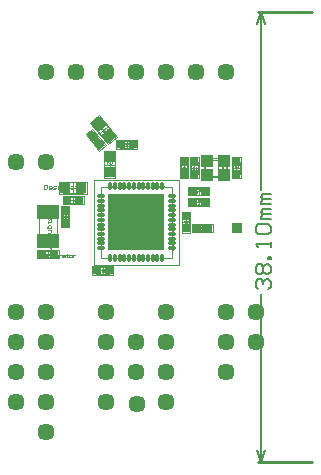
<source format=gts>
G04 Layer_Color=8388736*
%FSAX25Y25*%
%MOIN*%
G70*
G01*
G75*
%ADD24C,0.01000*%
%ADD26C,0.00600*%
%ADD29C,0.00800*%
%ADD31C,0.00200*%
%ADD32C,0.00300*%
%ADD33C,0.00394*%
%ADD40R,0.03553X0.03750*%
%ADD41R,0.02962X0.02568*%
%ADD42R,0.07687X0.04537*%
%ADD43R,0.04340X0.03947*%
%ADD44R,0.19104X0.19104*%
%ADD45O,0.01387X0.03159*%
%ADD46O,0.03159X0.01387*%
G04:AMPARAMS|DCode=47|XSize=25.68mil|YSize=31.59mil|CornerRadius=0mil|HoleSize=0mil|Usage=FLASHONLY|Rotation=40.000|XOffset=0mil|YOffset=0mil|HoleType=Round|Shape=Rectangle|*
%AMROTATEDRECTD47*
4,1,4,0.00032,-0.02036,-0.01999,0.00384,-0.00032,0.02036,0.01999,-0.00384,0.00032,-0.02036,0.0*
%
%ADD47ROTATEDRECTD47*%

%ADD48R,0.03750X0.03553*%
%ADD49R,0.03159X0.02568*%
%ADD50R,0.02568X0.02962*%
G04:AMPARAMS|DCode=51|XSize=37.5mil|YSize=35.53mil|CornerRadius=0mil|HoleSize=0mil|Usage=FLASHONLY|Rotation=40.000|XOffset=0mil|YOffset=0mil|HoleType=Round|Shape=Rectangle|*
%AMROTATEDRECTD51*
4,1,4,-0.00294,-0.02566,-0.02578,0.00156,0.00294,0.02566,0.02578,-0.00156,-0.00294,-0.02566,0.0*
%
%ADD51ROTATEDRECTD51*%

%ADD52R,0.03600X0.03600*%
%ADD53C,0.05718*%
D24*
X0040700Y-0080000D02*
X0058700D01*
X0040700Y0070000D02*
X0058700D01*
D26*
X0040634Y-0022428D02*
X0039801Y-0021595D01*
Y-0019929D01*
X0040634Y-0019096D01*
X0041467D01*
X0042300Y-0019929D01*
Y-0020762D01*
Y-0019929D01*
X0043133Y-0019096D01*
X0043966D01*
X0044799Y-0019929D01*
Y-0021595D01*
X0043966Y-0022428D01*
X0040634Y-0017430D02*
X0039801Y-0016597D01*
Y-0014931D01*
X0040634Y-0014098D01*
X0041467D01*
X0042300Y-0014931D01*
X0043133Y-0014098D01*
X0043966D01*
X0044799Y-0014931D01*
Y-0016597D01*
X0043966Y-0017430D01*
X0043133D01*
X0042300Y-0016597D01*
X0041467Y-0017430D01*
X0040634D01*
X0042300Y-0016597D02*
Y-0014931D01*
X0044799Y-0012431D02*
X0043966D01*
Y-0011598D01*
X0044799D01*
Y-0012431D01*
Y-0008266D02*
Y-0006600D01*
Y-0007433D01*
X0039801D01*
X0040634Y-0008266D01*
Y-0004101D02*
X0039801Y-0003268D01*
Y-0001602D01*
X0040634Y-0000769D01*
X0043966D01*
X0044799Y-0001602D01*
Y-0003268D01*
X0043966Y-0004101D01*
X0040634D01*
X0044799Y0000898D02*
X0041467D01*
Y0001731D01*
X0042300Y0002564D01*
X0044799D01*
X0042300D01*
X0041467Y0003397D01*
X0042300Y0004230D01*
X0044799D01*
Y0005896D02*
X0041467D01*
Y0006729D01*
X0042300Y0007562D01*
X0044799D01*
X0042300D01*
X0041467Y0008395D01*
X0042300Y0009228D01*
X0044799D01*
D29*
X0041700Y-0080000D02*
Y-0024028D01*
Y0010828D02*
Y0070000D01*
Y-0080000D02*
X0043033Y-0076000D01*
X0040367D02*
X0041700Y-0080000D01*
X0040367Y0066000D02*
X0041700Y0070000D01*
X0043033Y0066000D01*
D31*
X-0031471Y-0010483D02*
X-0031467Y-0011683D01*
X-0030867Y-0011681D01*
X-0030668Y-0011480D01*
X-0030670Y-0010680D01*
X-0030871Y-0010481D01*
X-0031471Y-0010483D01*
X-0029667Y-0011677D02*
X-0030067Y-0011678D01*
X-0030268Y-0011479D01*
X-0030269Y-0011079D01*
X-0030070Y-0010878D01*
X-0029670Y-0010877D01*
X-0029470Y-0011076D01*
X-0029469Y-0011276D01*
X-0030269Y-0011279D01*
X-0029068Y-0011675D02*
X-0028468Y-0011673D01*
X-0028269Y-0011472D01*
X-0028469Y-0011273D01*
X-0028869Y-0011274D01*
X-0029070Y-0011075D01*
X-0028870Y-0010874D01*
X-0028271Y-0010872D01*
X-0027868Y-0011671D02*
X-0027468Y-0011670D01*
X-0027668Y-0011670D01*
X-0027671Y-0010870D01*
X-0027871Y-0010871D01*
X-0026467Y-0012066D02*
X-0026267Y-0012065D01*
X-0026068Y-0011865D01*
X-0026071Y-0010865D01*
X-0026671Y-0010867D01*
X-0026870Y-0011068D01*
X-0026869Y-0011468D01*
X-0026669Y-0011667D01*
X-0026069Y-0011665D01*
X-0025669Y-0011664D02*
X-0025671Y-0010864D01*
X-0025072Y-0010862D01*
X-0024871Y-0011061D01*
X-0024869Y-0011661D01*
X-0024272Y-0010859D02*
X-0023872Y-0010858D01*
X-0023672Y-0011057D01*
X-0023670Y-0011657D01*
X-0024269Y-0011659D01*
X-0024470Y-0011460D01*
X-0024271Y-0011259D01*
X-0023671Y-0011257D01*
X-0023073Y-0010655D02*
X-0023072Y-0010855D01*
X-0023272Y-0010856D01*
X-0022872Y-0010855D01*
X-0023072Y-0010855D01*
X-0023070Y-0011455D01*
X-0022870Y-0011654D01*
X-0022070Y-0011652D02*
X-0021670Y-0011650D01*
X-0021471Y-0011450D01*
X-0021472Y-0011050D01*
X-0021673Y-0010851D01*
X-0022073Y-0010852D01*
X-0022272Y-0011052D01*
X-0022271Y-0011452D01*
X-0022070Y-0011652D01*
X-0021073Y-0010849D02*
X-0021070Y-0011648D01*
X-0021072Y-0011248D01*
X-0020872Y-0011048D01*
X-0020673Y-0010847D01*
X-0020473Y-0010847D01*
X-0004100Y0026300D02*
X-0004300Y0026500D01*
X-0004700D01*
X-0004900Y0026300D01*
Y0025500D01*
X-0004700Y0025300D01*
X-0004300D01*
X-0004100Y0025500D01*
X-0003700Y0025300D02*
X-0003300D01*
X-0003500D01*
Y0026500D01*
X-0003700Y0026300D01*
X-0002701D02*
X-0002501Y0026500D01*
X-0002101D01*
X-0001901Y0026300D01*
Y0026100D01*
X-0002101Y0025900D01*
X-0002301D01*
X-0002101D01*
X-0001901Y0025700D01*
Y0025500D01*
X-0002101Y0025300D01*
X-0002501D01*
X-0002701Y0025500D01*
X-0014131Y0029108D02*
X-0015049Y0028337D01*
X-0014536Y0027724D01*
X-0013513Y0028060D02*
X-0013231Y0028036D01*
X-0012974Y0027729D01*
X-0012999Y0027448D01*
X-0013152Y0027319D01*
X-0013433Y0027344D01*
X-0013562Y0027497D01*
X-0013433Y0027344D01*
X-0013458Y0027062D01*
X-0013611Y0026934D01*
X-0013893Y0026958D01*
X-0014150Y0027264D01*
X-0014125Y0027546D01*
X0020400Y-0001400D02*
Y-0002600D01*
X0021200D01*
X0021600D02*
X0022000D01*
X0021800D01*
Y-0001400D01*
X0021600Y-0001600D01*
X-0023400Y0002700D02*
X-0023200Y0002900D01*
Y0003300D01*
X-0023400Y0003500D01*
X-0024200D01*
X-0024400Y0003300D01*
Y0002900D01*
X-0024200Y0002700D01*
X-0024400Y0002300D02*
Y0001901D01*
Y0002101D01*
X-0023200D01*
X-0023400Y0002300D01*
X-0024400Y0001301D02*
Y0000901D01*
Y0001101D01*
X-0023200D01*
X-0023400Y0001301D01*
X0015500Y0017200D02*
X0015300Y0017000D01*
Y0016601D01*
X0015500Y0016401D01*
X0016299D01*
X0016499Y0016601D01*
Y0017000D01*
X0016299Y0017200D01*
X0015500Y0017600D02*
X0015300Y0017800D01*
Y0018200D01*
X0015500Y0018400D01*
X0015700D01*
X0015900Y0018200D01*
X0016100Y0018400D01*
X0016299D01*
X0016499Y0018200D01*
Y0017800D01*
X0016299Y0017600D01*
X0016100D01*
X0015900Y0017800D01*
X0015700Y0017600D01*
X0015500D01*
X0015900Y0017800D02*
Y0018200D01*
X0019900Y0010700D02*
X0019700Y0010900D01*
X0019300D01*
X0019100Y0010700D01*
Y0009900D01*
X0019300Y0009700D01*
X0019700D01*
X0019900Y0009900D01*
X0020300Y0010900D02*
X0021099D01*
Y0010700D01*
X0020300Y0009900D01*
Y0009700D01*
X0021700Y0006400D02*
X0021900Y0006200D01*
X0022300D01*
X0022500Y0006400D01*
Y0007200D01*
X0022300Y0007400D01*
X0021900D01*
X0021700Y0007200D01*
X0020501Y0006200D02*
X0020900Y0006400D01*
X0021300Y0006800D01*
Y0007200D01*
X0021101Y0007400D01*
X0020701D01*
X0020501Y0007200D01*
Y0007000D01*
X0020701Y0006800D01*
X0021300D01*
X-0010300Y-0016500D02*
X-0010100Y-0016700D01*
X-0009700D01*
X-0009500Y-0016500D01*
Y-0015700D01*
X-0009700Y-0015500D01*
X-0010100D01*
X-0010300Y-0015700D01*
X-0011499Y-0016700D02*
X-0010700D01*
Y-0016100D01*
X-0011100Y-0016300D01*
X-0011299D01*
X-0011499Y-0016100D01*
Y-0015700D01*
X-0011299Y-0015500D01*
X-0010900D01*
X-0010700Y-0015700D01*
X-0020100Y0007000D02*
X-0019900Y0006800D01*
X-0019500D01*
X-0019300Y0007000D01*
Y0007800D01*
X-0019500Y0008000D01*
X-0019900D01*
X-0020100Y0007800D01*
X-0021099Y0008000D02*
Y0006800D01*
X-0020500Y0007400D01*
X-0021299D01*
X0016900Y0000900D02*
X0017100Y0001100D01*
Y0001500D01*
X0016900Y0001700D01*
X0016100D01*
X0015900Y0001500D01*
Y0001100D01*
X0016100Y0000900D01*
X0016900Y0000500D02*
X0017100Y0000301D01*
Y-0000099D01*
X0016900Y-0000299D01*
X0016700D01*
X0016500Y-0000099D01*
Y0000100D01*
Y-0000099D01*
X0016300Y-0000299D01*
X0016100D01*
X0015900Y-0000099D01*
Y0000301D01*
X0016100Y0000500D01*
X0019000Y0017200D02*
X0018800Y0017000D01*
Y0016601D01*
X0019000Y0016401D01*
X0019799D01*
X0019999Y0016601D01*
Y0017000D01*
X0019799Y0017200D01*
X0019999Y0018400D02*
Y0017600D01*
X0019200Y0018400D01*
X0019000D01*
X0018800Y0018200D01*
Y0017800D01*
X0019000Y0017600D01*
X0033799Y0019001D02*
X0033999Y0019201D01*
Y0019601D01*
X0033799Y0019801D01*
X0032999D01*
X0032799Y0019601D01*
Y0019201D01*
X0032999Y0019001D01*
X0032799Y0018601D02*
Y0018201D01*
Y0018401D01*
X0033999D01*
X0033799Y0018601D01*
D32*
X-0027900Y0004799D02*
X-0029400D01*
Y0004050D01*
X-0029150Y0003799D01*
X-0028150D01*
X-0027900Y0004050D01*
Y0004799D01*
X-0029400Y0002550D02*
Y0003050D01*
X-0029150Y0003300D01*
X-0028650D01*
X-0028400Y0003050D01*
Y0002550D01*
X-0028650Y0002300D01*
X-0028900D01*
Y0003300D01*
X-0029400Y0001800D02*
Y0001050D01*
X-0029150Y0000800D01*
X-0028900Y0001050D01*
Y0001550D01*
X-0028650Y0001800D01*
X-0028400Y0001550D01*
Y0000800D01*
X-0029400Y0000301D02*
Y-0000199D01*
Y0000051D01*
X-0028400D01*
Y0000301D01*
X-0029900Y-0001449D02*
Y-0001699D01*
X-0029650Y-0001949D01*
X-0028400D01*
Y-0001199D01*
X-0028650Y-0000949D01*
X-0029150D01*
X-0029400Y-0001199D01*
Y-0001949D01*
Y-0002448D02*
X-0028400D01*
Y-0003198D01*
X-0028650Y-0003448D01*
X-0029400D01*
X-0028400Y-0004198D02*
Y-0004698D01*
X-0028650Y-0004948D01*
X-0029400D01*
Y-0004198D01*
X-0029150Y-0003948D01*
X-0028900Y-0004198D01*
Y-0004948D01*
X-0028150Y-0005697D02*
X-0028400D01*
Y-0005447D01*
Y-0005947D01*
Y-0005697D01*
X-0029150D01*
X-0029400Y-0005947D01*
Y-0006947D02*
Y-0007447D01*
X-0029150Y-0007697D01*
X-0028650D01*
X-0028400Y-0007447D01*
Y-0006947D01*
X-0028650Y-0006697D01*
X-0029150D01*
X-0029400Y-0006947D01*
X-0028400Y-0008197D02*
X-0029400D01*
X-0028900D01*
X-0028650Y-0008447D01*
X-0028400Y-0008697D01*
Y-0008946D01*
X-0030715Y0012472D02*
Y0010973D01*
X-0029965D01*
X-0029715Y0011223D01*
Y0012223D01*
X-0029965Y0012472D01*
X-0030715D01*
X-0028466Y0010973D02*
X-0028965D01*
X-0029215Y0011223D01*
Y0011723D01*
X-0028965Y0011973D01*
X-0028466D01*
X-0028216Y0011723D01*
Y0011473D01*
X-0029215D01*
X-0027716Y0010973D02*
X-0026966D01*
X-0026716Y0011223D01*
X-0026966Y0011473D01*
X-0027466D01*
X-0027716Y0011723D01*
X-0027466Y0011973D01*
X-0026716D01*
X-0026216Y0010973D02*
X-0025716D01*
X-0025966D01*
Y0011973D01*
X-0026216D01*
X-0024467Y0010473D02*
X-0024217D01*
X-0023967Y0010723D01*
Y0011973D01*
X-0024717D01*
X-0024967Y0011723D01*
Y0011223D01*
X-0024717Y0010973D01*
X-0023967D01*
X-0023467D02*
Y0011973D01*
X-0022717D01*
X-0022467Y0011723D01*
Y0010973D01*
X-0021718Y0011973D02*
X-0021218D01*
X-0020968Y0011723D01*
Y0010973D01*
X-0021718D01*
X-0021968Y0011223D01*
X-0021718Y0011473D01*
X-0020968D01*
X-0020218Y0012223D02*
Y0011973D01*
X-0020468D01*
X-0019968D01*
X-0020218D01*
Y0011223D01*
X-0019968Y0010973D01*
X-0018969D02*
X-0018469D01*
X-0018219Y0011223D01*
Y0011723D01*
X-0018469Y0011973D01*
X-0018969D01*
X-0019218Y0011723D01*
Y0011223D01*
X-0018969Y0010973D01*
X-0017719Y0011973D02*
Y0010973D01*
Y0011473D01*
X-0017469Y0011723D01*
X-0017219Y0011973D01*
X-0016969D01*
X0029155Y0017389D02*
X0028156Y0018888D01*
Y0017389D02*
X0029155Y0018888D01*
X0027656D02*
X0027156D01*
X0027406D01*
Y0017389D01*
X0027656Y0017639D01*
X-0004331Y0000712D02*
Y-0000538D01*
X-0004081Y-0000787D01*
X-0003581D01*
X-0003331Y-0000538D01*
Y0000712D01*
X-0002831Y-0000787D02*
X-0002331D01*
X-0002581D01*
Y0000712D01*
X-0002831Y0000462D01*
X-0008188Y0021976D02*
X-0009687D01*
Y0020977D01*
Y0019477D02*
Y0020477D01*
X-0008688Y0019477D01*
X-0008438D01*
X-0008188Y0019727D01*
Y0020227D01*
X-0008438Y0020477D01*
X-0011358Y0032565D02*
X-0011327Y0032917D01*
X-0011648Y0033300D01*
X-0012000Y0033331D01*
X-0012766Y0032688D01*
X-0012797Y0032336D01*
X-0012476Y0031953D01*
X-0012124Y0031922D01*
X-0011994Y0031379D02*
X-0011672Y0030996D01*
X-0011833Y0031187D01*
X-0010684Y0032151D01*
X-0011037Y0032182D01*
X-0010233Y0031225D02*
X-0009881Y0031194D01*
X-0009560Y0030811D01*
X-0009591Y0030459D01*
X-0010357Y0029816D01*
X-0010709Y0029847D01*
X-0011030Y0030230D01*
X-0010999Y0030582D01*
X-0010233Y0031225D01*
D33*
X0022856Y0014951D02*
G03*
X0022462Y0015345I-0000394J0000000D01*
G01*
Y0020857D02*
G03*
X0022856Y0021250I0000000J0000394D01*
G01*
X0029943D02*
G03*
X0030336Y0020857I0000394J0000000D01*
G01*
Y0015345D02*
G03*
X0029943Y0014951I0000000J-0000394D01*
G01*
X0023368Y0020739D02*
G03*
X0022974Y0020345I0000000J-0000394D01*
G01*
X0029825D02*
G03*
X0029431Y0020739I-0000394J0000000D01*
G01*
X0022974Y0015857D02*
G03*
X0023368Y0015463I0000394J0000000D01*
G01*
X0029431D02*
G03*
X0029825Y0015857I0000000J0000394D01*
G01*
X-0012090Y0007564D02*
G03*
X-0012090Y0006814I0000000J-0000375D01*
G01*
Y0005990D02*
G03*
X-0012090Y0005240I0000000J-0000375D01*
G01*
Y0004415D02*
G03*
X-0012090Y0003665I0000000J-0000375D01*
G01*
Y0002840D02*
G03*
X-0012090Y0002090I0000000J-0000375D01*
G01*
Y0001265D02*
G03*
X-0012090Y0000515I0000000J-0000375D01*
G01*
Y-0000310D02*
G03*
X-0012090Y-0001060I0000000J-0000375D01*
G01*
Y-0001884D02*
G03*
X-0012090Y-0002634I0000000J-0000375D01*
G01*
Y-0003459D02*
G03*
X-0012090Y-0004209I0000000J-0000375D01*
G01*
Y-0005034D02*
G03*
X-0012090Y-0005784I0000000J-0000375D01*
G01*
Y-0006609D02*
G03*
X-0012090Y-0007359I0000000J-0000375D01*
G01*
Y-0008184D02*
G03*
X-0012090Y-0008934I0000000J-0000375D01*
G01*
Y0009139D02*
G03*
X-0012090Y0008389I0000000J-0000375D01*
G01*
X-0006615Y0007874D02*
G03*
X-0006615Y0007874I-0001259J0000000D01*
G01*
X-0009139Y-0012090D02*
G03*
X-0008389Y-0012090I0000375J0000000D01*
G01*
X0008184D02*
G03*
X0008934Y-0012090I0000375J0000000D01*
G01*
X0006609D02*
G03*
X0007359Y-0012090I0000375J0000000D01*
G01*
X0005034D02*
G03*
X0005784Y-0012090I0000375J0000000D01*
G01*
X0003459Y-0012090D02*
G03*
X0004209Y-0012090I0000375J0000000D01*
G01*
X0001884D02*
G03*
X0002634Y-0012090I0000375J0000000D01*
G01*
X0000310D02*
G03*
X0001060Y-0012090I0000375J0000000D01*
G01*
X-0001265Y-0012090D02*
G03*
X-0000515Y-0012090I0000375J0000000D01*
G01*
X-0002840Y-0012090D02*
G03*
X-0002090Y-0012090I0000375J0000000D01*
G01*
X-0004415Y-0012090D02*
G03*
X-0003665Y-0012090I0000375J0000000D01*
G01*
X-0005990D02*
G03*
X-0005240Y-0012090I0000375J0000000D01*
G01*
X-0007564D02*
G03*
X-0006814Y-0012090I0000375J0000000D01*
G01*
X0012090Y-0009139D02*
G03*
X0012090Y-0008389I0000000J0000375D01*
G01*
Y0008184D02*
G03*
X0012090Y0008934I0000000J0000375D01*
G01*
Y0006609D02*
G03*
X0012090Y0007359I0000000J0000375D01*
G01*
Y0005034D02*
G03*
X0012090Y0005784I0000000J0000375D01*
G01*
X0012090Y0003459D02*
G03*
X0012090Y0004209I0000000J0000375D01*
G01*
Y0001884D02*
G03*
X0012090Y0002634I0000000J0000375D01*
G01*
Y0000310D02*
G03*
X0012090Y0001060I0000000J0000375D01*
G01*
X0012090Y-0001265D02*
G03*
X0012090Y-0000515I0000000J0000375D01*
G01*
X0012090Y-0002840D02*
G03*
X0012090Y-0002090I0000000J0000375D01*
G01*
X0012090Y-0004415D02*
G03*
X0012090Y-0003665I0000000J0000375D01*
G01*
Y-0005990D02*
G03*
X0012090Y-0005240I0000000J0000375D01*
G01*
Y-0007564D02*
G03*
X0012090Y-0006814I0000000J0000375D01*
G01*
X0009139Y0012090D02*
G03*
X0008389Y0012090I-0000375J0000000D01*
G01*
X-0008184D02*
G03*
X-0008934Y0012090I-0000375J0000000D01*
G01*
X-0006609D02*
G03*
X-0007359Y0012090I-0000375J0000000D01*
G01*
X-0005034D02*
G03*
X-0005784Y0012090I-0000375J0000000D01*
G01*
X-0003459Y0012090D02*
G03*
X-0004209Y0012090I-0000375J0000000D01*
G01*
X-0001884D02*
G03*
X-0002634Y0012090I-0000375J0000000D01*
G01*
X-0000310D02*
G03*
X-0001060Y0012090I-0000375J0000000D01*
G01*
X0001265Y0012090D02*
G03*
X0000515Y0012090I-0000375J0000000D01*
G01*
X0002840Y0012090D02*
G03*
X0002090Y0012090I-0000375J0000000D01*
G01*
X0004415Y0012090D02*
G03*
X0003665Y0012090I-0000375J0000000D01*
G01*
X0005990D02*
G03*
X0005240Y0012090I-0000375J0000000D01*
G01*
X0007564D02*
G03*
X0006814Y0012090I-0000375J0000000D01*
G01*
X-0017653Y0009728D02*
Y0013272D01*
X-0024347Y0009728D02*
Y0013272D01*
Y0009728D02*
X-0017653D01*
X-0024347Y0013272D02*
X-0017653D01*
X-0005267Y0024817D02*
X-0001133D01*
X-0005267Y0026983D02*
X-0001133D01*
Y0024817D02*
Y0026983D01*
X-0005267Y0024817D02*
Y0026983D01*
X-0032353Y-0007799D02*
Y0004799D01*
X-0026447D01*
Y-0007799D02*
Y0004799D01*
X-0032353Y-0007799D02*
X-0026447D01*
X0030336Y0015345D02*
Y0020857D01*
X0022856Y0021250D02*
X0029943D01*
X0022462Y0015345D02*
Y0020857D01*
X0022856Y0014951D02*
X0029943D01*
X0023368Y0020739D02*
X0029431D01*
X0023368Y0015463D02*
X0029431D01*
X0029825Y0015857D02*
Y0020345D01*
X0022974Y0015857D02*
Y0020345D01*
X-0011811Y-0011811D02*
X0011811D01*
X-0011811Y0011811D02*
X0011811D01*
Y-0011811D02*
Y0011811D01*
X-0012090Y0006814D02*
X-0011811D01*
X-0012090Y0007564D02*
X-0011811D01*
X-0012090Y0005240D02*
X-0011811D01*
X-0012090Y0005990D02*
X-0011811D01*
X-0012090Y0003665D02*
X-0011811D01*
X-0012090Y0004415D02*
X-0011811D01*
X-0012090Y0002090D02*
X-0011811D01*
X-0012090Y0002840D02*
X-0011811D01*
X-0012090Y0000515D02*
X-0011811D01*
X-0012090Y0001265D02*
X-0011811D01*
X-0012090Y-0001060D02*
X-0011811D01*
X-0012090Y-0000310D02*
X-0011811D01*
X-0012090Y-0002634D02*
X-0011811D01*
X-0012090Y-0001884D02*
X-0011811D01*
X-0012090Y-0004209D02*
X-0011811D01*
X-0012090Y-0003459D02*
X-0011811D01*
X-0012090Y-0005784D02*
X-0011811D01*
X-0012090Y-0005034D02*
X-0011811D01*
X-0012090Y-0007359D02*
X-0011811D01*
X-0012090Y-0006609D02*
X-0011811D01*
X-0012090Y-0008934D02*
X-0011811D01*
X-0012090Y-0008184D02*
X-0011811D01*
X-0012090Y0008389D02*
X-0011811D01*
X-0012090Y0009139D02*
X-0011811D01*
X-0011811Y-0011811D02*
Y0011811D01*
X-0009139Y-0012090D02*
Y-0011811D01*
X-0008389Y-0012090D02*
Y-0011811D01*
X0008184Y-0012090D02*
Y-0011811D01*
X0008934Y-0012090D02*
Y-0011811D01*
X0006609Y-0012090D02*
Y-0011811D01*
X0007359Y-0012090D02*
Y-0011811D01*
X0005034Y-0012090D02*
Y-0011811D01*
X0005784Y-0012090D02*
Y-0011811D01*
X0003459Y-0012090D02*
Y-0011811D01*
X0004209Y-0012090D02*
Y-0011811D01*
X0001884Y-0012090D02*
Y-0011811D01*
X0002634D02*
X0002634Y-0012090D01*
X0000310Y-0012090D02*
Y-0011811D01*
X0001060Y-0012090D02*
Y-0011811D01*
X-0001265Y-0012090D02*
Y-0011811D01*
X-0000515Y-0012090D02*
Y-0011811D01*
X-0002840Y-0012090D02*
X-0002840Y-0011811D01*
X-0002090Y-0012090D02*
Y-0011811D01*
X-0004415D02*
X-0004415Y-0012090D01*
X-0003665Y-0012090D02*
Y-0011811D01*
X-0005990Y-0012090D02*
Y-0011811D01*
X-0005240Y-0012090D02*
Y-0011811D01*
X-0007564D02*
X-0007564Y-0012090D01*
X-0006814Y-0012090D02*
Y-0011811D01*
X0011811Y-0009139D02*
X0012090D01*
X0011811Y-0008389D02*
X0012090D01*
X0011811Y0008184D02*
X0012090D01*
X0011811Y0008934D02*
X0012090D01*
X0011811Y0006609D02*
X0012090D01*
X0011811Y0007359D02*
X0012090D01*
X0011811Y0005034D02*
X0012090D01*
X0011811Y0005784D02*
X0012090D01*
X0011811Y0003459D02*
X0012090D01*
X0011811Y0004209D02*
X0012090D01*
X0011811Y0001884D02*
X0012090D01*
X0011811Y0002634D02*
X0012090Y0002634D01*
X0011811Y0000310D02*
X0012090D01*
X0011811Y0001060D02*
X0012090D01*
X0011811Y-0001265D02*
X0012090D01*
X0011811Y-0000515D02*
X0012090D01*
X0011811Y-0002840D02*
X0012090Y-0002840D01*
X0011811Y-0002090D02*
X0012090D01*
X0011811Y-0004415D02*
X0012090Y-0004415D01*
X0011811Y-0003665D02*
X0012090D01*
X0011811Y-0005990D02*
X0012090D01*
X0011811Y-0005240D02*
X0012090D01*
X0011811Y-0007564D02*
X0012090Y-0007564D01*
X0011811Y-0006814D02*
X0012090D01*
X0009139Y0011811D02*
Y0012090D01*
X0008389Y0011811D02*
Y0012090D01*
X-0008184Y0011811D02*
Y0012090D01*
X-0008934Y0011811D02*
Y0012090D01*
X-0006609Y0011811D02*
Y0012090D01*
X-0007359Y0011811D02*
Y0012090D01*
X-0005034Y0011811D02*
Y0012090D01*
X-0005784Y0011811D02*
Y0012090D01*
X-0003459Y0011811D02*
Y0012090D01*
X-0004209Y0011811D02*
Y0012090D01*
X-0001884Y0011811D02*
Y0012090D01*
X-0002634Y0012090D02*
X-0002634Y0011811D01*
X-0000310D02*
Y0012090D01*
X-0001060Y0011811D02*
Y0012090D01*
X0001265Y0011811D02*
Y0012090D01*
X0000515Y0011811D02*
Y0012090D01*
X0002840Y0011811D02*
X0002840Y0012090D01*
X0002090Y0011811D02*
Y0012090D01*
X0004415Y0012090D02*
X0004415Y0011811D01*
X0003665D02*
Y0012090D01*
X0005990Y0011811D02*
Y0012090D01*
X0005240Y0011811D02*
Y0012090D01*
X0007564Y0012090D02*
X0007564Y0011811D01*
X0006814D02*
Y0012090D01*
X-0015655Y0028307D02*
X-0013996Y0029699D01*
X-0012998Y0025141D02*
X-0011339Y0026533D01*
X-0013996Y0029699D02*
X-0011339Y0026533D01*
X-0015655Y0028307D02*
X-0012998Y0025141D01*
X-0010672Y0015874D02*
Y0022567D01*
X-0007128Y0015874D02*
Y0022567D01*
X-0010672Y0015874D02*
X-0007128D01*
X-0010672Y0022567D02*
X-0007128D01*
X0020033Y-0003083D02*
Y-0000917D01*
X0024167Y-0003083D02*
Y-0000917D01*
X0020033D02*
X0024167D01*
X0020033Y-0003083D02*
X0024167D01*
X-0024883Y-0000267D02*
Y0003867D01*
X-0022717Y-0000267D02*
Y0003867D01*
X-0024883Y-0000267D02*
X-0022717D01*
X-0024883Y0003867D02*
X-0022717D01*
X-0014305Y0032245D02*
X-0011591Y0034522D01*
X-0010003Y0027118D02*
X-0007289Y0029395D01*
X-0011591Y0034522D02*
X-0007289Y0029395D01*
X-0014305Y0032245D02*
X-0010003Y0027118D01*
X0016982Y0016034D02*
Y0020168D01*
X0014817Y0016034D02*
Y0020168D01*
X0016982D01*
X0014817Y0016034D02*
X0016982D01*
X0018733Y0009217D02*
X0022867D01*
X0018733Y0011383D02*
X0022867D01*
Y0009217D02*
Y0011383D01*
X0018733Y0009217D02*
Y0011383D01*
Y0007883D02*
X0022867D01*
X0018733Y0005717D02*
X0022867D01*
X0018733D02*
Y0007883D01*
X0022867Y0005717D02*
Y0007883D01*
X-0013267Y-0015017D02*
X-0009133D01*
X-0013267Y-0017183D02*
X-0009133D01*
X-0013267D02*
Y-0015017D01*
X-0009133Y-0017183D02*
Y-0015017D01*
X-0023067Y0008483D02*
X-0018933D01*
X-0023067Y0006317D02*
X-0018933D01*
X-0023067D02*
Y0008483D01*
X-0018933Y0006317D02*
Y0008483D01*
X0015417Y-0002067D02*
Y0002067D01*
X0017583Y-0002067D02*
Y0002067D01*
X0015417Y-0002067D02*
X0017583D01*
X0015417Y0002067D02*
X0017583D01*
X0020482Y0016034D02*
Y0020168D01*
X0018317Y0016034D02*
Y0020168D01*
X0020482D01*
X0018317Y0016034D02*
X0020482D01*
X0032317D02*
Y0020168D01*
X0034482Y0016034D02*
Y0020168D01*
X0032317Y0016034D02*
X0034482D01*
X0032317Y0020168D02*
X0034482D01*
X-0031467Y-0009517D02*
X-0027333D01*
X-0031467Y-0011683D02*
X-0027333D01*
X-0031467D02*
Y-0009517D01*
X-0027333Y-0011683D02*
Y-0009517D01*
X-0026447Y-0007012D02*
G03*
X-0027235Y-0007799I-0000000J-0000787D01*
G01*
X-0031565D02*
G03*
X-0032353Y-0007012I-0000787J0000000D01*
G01*
X-0032353Y0004012D02*
G03*
X-0031565Y0004799I0000000J0000787D01*
G01*
X-0027235D02*
G03*
X-0026447Y0004012I0000787J0000000D01*
G01*
X-0022772Y0011500D02*
X-0019228D01*
X-0021000Y0009728D02*
Y0013272D01*
X-0025626Y0013468D02*
X-0016374D01*
X-0025626Y0009532D02*
X-0016374D01*
X-0025626D02*
Y0013468D01*
X-0016374Y0009532D02*
Y0013468D01*
X-0003200Y0024817D02*
Y0026983D01*
X-0004283Y0025900D02*
X-0002117D01*
X-0006743Y0024522D02*
Y0027278D01*
X0000343Y0024522D02*
Y0027278D01*
X-0006743D02*
X0000343D01*
X-0006743Y0024522D02*
X0000343D01*
X-0031565Y-0007799D02*
X-0027235D01*
X-0032353Y-0007012D02*
Y0004012D01*
X-0031565Y0004799D02*
X-0027235D01*
X-0026447Y-0007012D02*
Y0004012D01*
X0000000Y-0001969D02*
Y0001969D01*
X-0001969Y0000000D02*
X0001969D01*
X-0014173Y-0014173D02*
X0014173D01*
X-0014173Y0014173D02*
X0014173D01*
Y-0014173D02*
Y0014173D01*
X-0014173Y-0014173D02*
Y0014173D01*
X-0016830Y0029249D02*
X-0014719Y0031020D01*
X-0012275Y0023820D02*
X-0010164Y0025591D01*
X-0014719Y0031020D02*
X-0010164Y0025591D01*
X-0016830Y0029249D02*
X-0012275Y0023820D01*
X-0014193Y0028249D02*
X-0012801Y0026591D01*
X-0014327Y0026724D02*
X-0012668Y0028116D01*
X-0010672Y0019220D02*
X-0007128D01*
X-0008900Y0017449D02*
Y0020992D01*
X-0010869Y0023846D02*
X-0006932D01*
X-0010869Y0014594D02*
X-0006932D01*
Y0023846D01*
X-0010869Y0014594D02*
Y0023846D01*
X0018557Y-0003378D02*
Y-0000622D01*
X0025643Y-0003378D02*
Y-0000622D01*
X0018557D02*
X0025643D01*
X0018557Y-0003378D02*
X0025643D01*
X0021017Y-0002000D02*
X0023183D01*
X0022100Y-0003083D02*
Y-0000917D01*
X-0024883Y0001800D02*
X-0022717D01*
X-0023800Y0000717D02*
Y0002883D01*
X-0025178Y0005343D02*
X-0022422D01*
X-0025178Y-0001743D02*
X-0022422D01*
Y0005343D01*
X-0025178Y-0001743D02*
Y0005343D01*
X-0011936Y0032177D02*
X-0009658Y0029463D01*
X-0012154Y0029681D02*
X-0009440Y0031959D01*
X-0015279Y0033098D02*
X-0009332Y0026011D01*
X-0012263Y0035629D02*
X-0006316Y0028542D01*
X-0009332Y0026011D02*
X-0006316Y0028542D01*
X-0015279Y0033098D02*
X-0012263Y0035629D01*
X0014817Y0018101D02*
X0016982D01*
X0015899Y0017018D02*
Y0019183D01*
X0014521Y0014557D02*
X0017277D01*
X0014521Y0021644D02*
X0017277D01*
X0014521Y0014557D02*
Y0021644D01*
X0017277Y0014557D02*
Y0021644D01*
X0020800Y0009217D02*
Y0011383D01*
X0019717Y0010300D02*
X0021883D01*
X0017257Y0008922D02*
Y0011678D01*
X0024343Y0008922D02*
Y0011678D01*
X0017257D02*
X0024343D01*
X0017257Y0008922D02*
X0024343D01*
X0020800Y0005717D02*
Y0007883D01*
X0019717Y0006800D02*
X0021883D01*
X0024343Y0005422D02*
Y0008178D01*
X0017257Y0005422D02*
Y0008178D01*
Y0005422D02*
X0024343D01*
X0017257Y0008178D02*
X0024343D01*
X-0011200Y-0017183D02*
Y-0015017D01*
X-0012283Y-0016100D02*
X-0010117D01*
X-0007657Y-0017478D02*
Y-0014722D01*
X-0014743Y-0017478D02*
Y-0014722D01*
Y-0017478D02*
X-0007657D01*
X-0014743Y-0014722D02*
X-0007657D01*
X-0021000Y0006317D02*
Y0008483D01*
X-0022083Y0007400D02*
X-0019917D01*
X-0017457Y0006022D02*
Y0008778D01*
X-0024543Y0006022D02*
Y0008778D01*
Y0006022D02*
X-0017457D01*
X-0024543Y0008778D02*
X-0017457D01*
X0015417Y0000000D02*
X0017583D01*
X0016500Y-0001083D02*
Y0001083D01*
X0015122Y0003543D02*
X0017878D01*
X0015122Y-0003543D02*
X0017878D01*
Y0003543D01*
X0015122Y-0003543D02*
Y0003543D01*
X0018317Y0018101D02*
X0020482D01*
X0019399Y0017018D02*
Y0019183D01*
X0018021Y0014557D02*
X0020777D01*
X0018021Y0021644D02*
X0020777D01*
X0018021Y0014557D02*
Y0021644D01*
X0020777Y0014557D02*
Y0021644D01*
X0032317Y0018101D02*
X0034482D01*
X0033399Y0017018D02*
Y0019183D01*
X0032021Y0021644D02*
X0034777D01*
X0032021Y0014557D02*
X0034777D01*
Y0021644D01*
X0032021Y0014557D02*
Y0021644D01*
X-0029400Y-0011683D02*
Y-0009517D01*
X-0030483Y-0010600D02*
X-0028317D01*
X-0025857Y-0011978D02*
Y-0009222D01*
X-0032943Y-0011978D02*
Y-0009222D01*
Y-0011978D02*
X-0025857D01*
X-0032943Y-0009222D02*
X-0025857D01*
D40*
X-0018342Y0011500D02*
D03*
X-0023658D02*
D03*
D41*
X-0001232Y0025900D02*
D03*
X-0005169D02*
D03*
X0022769Y0010300D02*
D03*
X0018832D02*
D03*
X0018832Y0006800D02*
D03*
X0022769D02*
D03*
X-0013169Y-0016100D02*
D03*
X-0009232D02*
D03*
X-0022968Y0007400D02*
D03*
X-0019031D02*
D03*
X-0031368Y-0010600D02*
D03*
X-0027431D02*
D03*
D42*
X-0029400Y0003421D02*
D03*
Y-0006421D02*
D03*
D43*
X0029254Y0015837D02*
D03*
Y0020365D02*
D03*
X0023545D02*
D03*
Y0015837D02*
D03*
D44*
X0000000Y0000000D02*
D03*
D45*
X-0008661Y0011909D02*
D03*
X-0007087D02*
D03*
X-0005512D02*
D03*
X-0003937D02*
D03*
X-0002362D02*
D03*
X-0000787D02*
D03*
X0000787D02*
D03*
X0002362D02*
D03*
X0003937D02*
D03*
X0005512D02*
D03*
X0007087D02*
D03*
X0008661D02*
D03*
Y-0011909D02*
D03*
X0007087D02*
D03*
X0005512D02*
D03*
X0003937D02*
D03*
X0002362D02*
D03*
X0000787D02*
D03*
X-0000787D02*
D03*
X-0002362D02*
D03*
X-0003937D02*
D03*
X-0005512D02*
D03*
X-0007087D02*
D03*
X-0008661D02*
D03*
D46*
X0011909Y0008661D02*
D03*
Y0007087D02*
D03*
Y0005512D02*
D03*
Y0003937D02*
D03*
Y0002362D02*
D03*
Y0000787D02*
D03*
Y-0000787D02*
D03*
Y-0002362D02*
D03*
Y-0003937D02*
D03*
Y-0005512D02*
D03*
Y-0007087D02*
D03*
Y-0008661D02*
D03*
X-0011909D02*
D03*
Y-0007087D02*
D03*
Y-0005512D02*
D03*
Y-0003937D02*
D03*
Y-0002362D02*
D03*
Y-0000787D02*
D03*
Y0000787D02*
D03*
Y0002362D02*
D03*
Y0003937D02*
D03*
Y0005512D02*
D03*
Y0007087D02*
D03*
Y0008661D02*
D03*
D47*
X-0014699Y0028853D02*
D03*
X-0012295Y0025987D02*
D03*
D48*
X-0008900Y0016563D02*
D03*
Y0021878D02*
D03*
D49*
X0020230Y-0002000D02*
D03*
X0023970D02*
D03*
D50*
X-0023800Y-0000169D02*
D03*
Y0003768D02*
D03*
X0015899Y0020069D02*
D03*
Y0016132D02*
D03*
X0016500Y-0001969D02*
D03*
Y0001969D02*
D03*
X0019399Y0020069D02*
D03*
Y0016132D02*
D03*
X0033399Y0016132D02*
D03*
Y0020069D02*
D03*
D51*
X-0012505Y0032856D02*
D03*
X-0009089Y0028784D02*
D03*
D52*
X0033500Y-0001975D02*
D03*
D53*
X-0040000Y0020000D02*
D03*
X-0030000D02*
D03*
X0030000Y-0050000D02*
D03*
X0010000Y-0060000D02*
D03*
X0040000Y-0030000D02*
D03*
X0030000D02*
D03*
Y-0040000D02*
D03*
X0040000D02*
D03*
X0010000Y-0050000D02*
D03*
Y-0040000D02*
D03*
Y-0030000D02*
D03*
X-0010000Y-0050000D02*
D03*
Y-0040000D02*
D03*
Y-0030000D02*
D03*
X-0030000Y-0070000D02*
D03*
Y-0060000D02*
D03*
X-0040000D02*
D03*
X-0030000Y-0050000D02*
D03*
X-0040000D02*
D03*
Y-0040000D02*
D03*
X-0030000D02*
D03*
Y-0030000D02*
D03*
X-0040000D02*
D03*
X0000289Y-0060664D02*
D03*
X0000000Y-0040000D02*
D03*
Y-0050000D02*
D03*
X-0010000Y-0060000D02*
D03*
X-0030000Y0050000D02*
D03*
X-0020000D02*
D03*
X-0010000D02*
D03*
X0000000D02*
D03*
X0010000D02*
D03*
X0020000D02*
D03*
X0030000D02*
D03*
M02*

</source>
